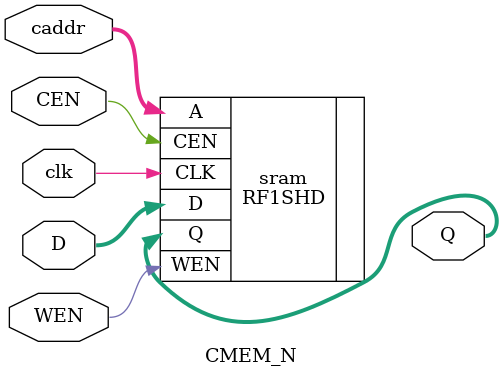
<source format=v>
module CMEM_N(
	output wire [15:0] Q,
	input wire [15:0] D,
	input wire [5:0] caddr,
	input wire clk,
	input wire WEN,
	input wire CEN
);
	RF1SHD sram(
		.Q	(Q),
		.A	(caddr),
		.D  (D),
		.WEN	(WEN),
		.CEN	(CEN),
		.CLK	(clk)
	);
endmodule	

</source>
